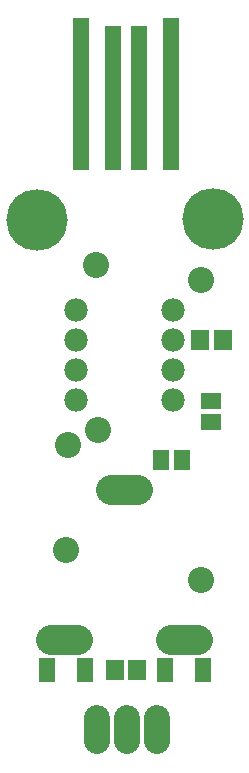
<source format=gbr>
G04 EAGLE Gerber RS-274X export*
G75*
%MOMM*%
%FSLAX34Y34*%
%LPD*%
%INSoldermask Top*%
%IPPOS*%
%AMOC8*
5,1,8,0,0,1.08239X$1,22.5*%
G01*
G04 Define Apertures*
%ADD10C,1.989200*%
%ADD11R,1.503200X1.703200*%
%ADD12R,1.367800X1.668500*%
%ADD13R,1.668500X1.367800*%
%ADD14R,1.477900X2.053200*%
%ADD15C,2.524000*%
%ADD16C,2.219200*%
%ADD17R,1.473200X12.903200*%
%ADD18R,1.473200X12.203200*%
%ADD19C,2.203200*%
%ADD20C,5.203200*%
D10*
X58700Y381000D03*
X58700Y355600D03*
X58700Y330200D03*
X58700Y304800D03*
X141300Y304800D03*
X141300Y330200D03*
X141300Y355600D03*
X141300Y381000D03*
D11*
X164340Y355600D03*
X183340Y355600D03*
X111100Y76200D03*
X92100Y76200D03*
D12*
X130946Y254000D03*
X148454Y254000D03*
D13*
X173087Y303391D03*
X173087Y285883D03*
D14*
X67003Y75586D03*
X34597Y75586D03*
X166440Y76200D03*
X134034Y76200D03*
D15*
X60804Y101600D02*
X37596Y101600D01*
X88396Y228600D02*
X111604Y228600D01*
X139196Y101600D02*
X162404Y101600D01*
D16*
X127964Y35480D02*
X127964Y15320D01*
X102564Y15320D02*
X102564Y35480D01*
X77164Y35480D02*
X77164Y15320D01*
D17*
X63500Y563500D03*
D18*
X90800Y560000D03*
X112400Y560000D03*
D17*
X139700Y563500D03*
D19*
X50800Y177800D03*
X76200Y419100D03*
D20*
X25762Y457200D03*
D19*
X52240Y266700D03*
X77640Y279400D03*
D20*
X174860Y457924D03*
D19*
X165100Y406400D03*
X164600Y152400D03*
M02*

</source>
